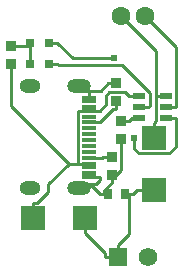
<source format=gtl>
G04 Layer: TopLayer*
G04 EasyEDA v6.5.42, 2024-03-29 10:36:03*
G04 c5ab252c28e54aca980d21198c282c72,1c81c61d082a4d45aadf05aca8bab00c,10*
G04 Gerber Generator version 0.2*
G04 Scale: 100 percent, Rotated: No, Reflected: No *
G04 Dimensions in millimeters *
G04 leading zeros omitted , absolute positions ,4 integer and 5 decimal *
%FSLAX45Y45*%
%MOMM*%

%AMMACRO1*21,1,$1,$2,0,0,$3*%
%ADD10C,0.2540*%
%ADD11R,0.8000X0.8000*%
%ADD12MACRO1,0.864X0.8065X0.0000*%
%ADD13R,0.8640X0.8065*%
%ADD14R,0.8000X0.9000*%
%ADD15R,2.0000X2.0000*%
%ADD16R,1.0720X0.5320*%
%ADD17R,1.3000X0.3000*%
%ADD18C,1.6000*%
%ADD19R,1.5748X1.5748*%
%ADD20C,1.5748*%
%ADD21O,1.7999964X1.1999976*%
%ADD22O,1.9999959999999999X1.1999976*%
%ADD23C,0.6100*%

%LPD*%
D10*
X1468501Y5098801D02*
G01*
X1468323Y5098623D01*
X1468323Y4889632D01*
X1447800Y4869108D01*
X1169923Y5778505D02*
G01*
X1468501Y5479928D01*
X1468501Y5098801D01*
X1550009Y5098801D02*
G01*
X1468501Y5098801D01*
X1447800Y4741194D02*
G01*
X1447800Y4869108D01*
X1550009Y5003805D02*
G01*
X1631518Y5003805D01*
X1369923Y5778505D02*
G01*
X1631670Y5516758D01*
X1631670Y5003957D01*
X1631518Y5003805D01*
X1092200Y4399056D02*
G01*
X1168400Y4475256D01*
X1168400Y4737968D01*
X1092200Y4399056D02*
G01*
X1092200Y4364944D01*
X1092200Y4433168D02*
G01*
X1092200Y4399056D01*
X1026337Y4267205D02*
G01*
X1026337Y4299082D01*
X1092200Y4364944D01*
X1026337Y4267205D02*
G01*
X992378Y4267205D01*
X1060297Y4267205D02*
G01*
X1026337Y4267205D01*
X895095Y5143911D02*
G01*
X996950Y5143911D01*
X1059179Y5206141D01*
X818286Y5182316D02*
G01*
X856691Y5143911D01*
X895095Y5143911D01*
X895095Y5143911D02*
G01*
X895095Y5084805D01*
X1130300Y5206141D02*
G01*
X1059179Y5206141D01*
X895121Y5054808D02*
G01*
X895095Y5054833D01*
X895095Y5084805D01*
X895121Y4414804D02*
G01*
X988034Y4414804D01*
X895121Y4355724D02*
G01*
X903859Y4355724D01*
X992378Y4267205D01*
X818286Y4317293D02*
G01*
X856716Y4355724D01*
X895121Y4355724D01*
X895121Y4355724D02*
G01*
X958519Y4355724D01*
X988034Y4385238D01*
X988034Y4414804D01*
X895121Y4414804D02*
G01*
X895121Y4444801D01*
X562610Y5372384D02*
G01*
X630529Y5372384D01*
X630529Y5372384D02*
G01*
X644728Y5358185D01*
X1182725Y5358185D01*
X1415643Y5125267D01*
X1415643Y5017749D01*
X1401698Y5003805D01*
X1320190Y5003805D02*
G01*
X1401698Y5003805D01*
X1143000Y3733805D02*
G01*
X1143000Y3840459D01*
X1234262Y4267205D02*
G01*
X1234262Y3931721D01*
X1143000Y3840459D01*
X1234262Y4267205D02*
G01*
X1268221Y4267205D01*
X1200302Y4267205D02*
G01*
X1234262Y4267205D01*
X1143000Y3733805D02*
G01*
X1036345Y3733805D01*
X867689Y4064005D02*
G01*
X867689Y3936090D01*
X867689Y3936090D02*
G01*
X1036345Y3767434D01*
X1036345Y3733805D01*
X1447800Y4301215D02*
G01*
X1302232Y4301215D01*
X1268221Y4267205D01*
X1320190Y5098801D02*
G01*
X1238681Y5098801D01*
X895121Y4974798D02*
G01*
X988034Y4974798D01*
X988034Y4974798D02*
G01*
X1041527Y5028290D01*
X1041527Y5101874D01*
X1070457Y5130805D01*
X1206677Y5130805D01*
X1238681Y5098801D01*
X880110Y4974798D02*
G01*
X895121Y4974798D01*
X880110Y4974798D02*
G01*
X865098Y4974798D01*
X730910Y4525396D02*
G01*
X555625Y4350110D01*
X555625Y4287829D01*
X459714Y4191919D01*
X427710Y4191919D01*
X802030Y4525396D02*
G01*
X730910Y4525396D01*
X730910Y4525396D02*
G01*
X241300Y5015006D01*
X241300Y5372968D01*
X427710Y4064005D02*
G01*
X427710Y4191919D01*
X802030Y4525396D02*
G01*
X802030Y4974620D01*
X802208Y4974798D01*
X802182Y4524811D02*
G01*
X802030Y4524964D01*
X802030Y4525396D01*
X865098Y4974798D02*
G01*
X895095Y5004795D01*
X854329Y4974798D02*
G01*
X802208Y4974798D01*
X854329Y4974798D02*
G01*
X865098Y4974798D01*
X895095Y4524811D02*
G01*
X802182Y4524811D01*
X895121Y4494789D02*
G01*
X895095Y4494814D01*
X895095Y4524811D01*
X402589Y5523641D02*
G01*
X402589Y5439719D01*
X402717Y5439592D01*
X402589Y5549651D02*
G01*
X402589Y5523641D01*
X402589Y5523641D02*
G01*
X312420Y5523641D01*
X241300Y5523641D02*
G01*
X312420Y5523641D01*
X402717Y5371698D02*
G01*
X402717Y5439592D01*
X1168400Y4888641D02*
G01*
X1239520Y4888641D01*
X1320190Y4908809D02*
G01*
X1259687Y4908809D01*
X1239520Y4888641D01*
X1092200Y4583841D02*
G01*
X1021079Y4583841D01*
X895121Y4574799D02*
G01*
X1012037Y4574799D01*
X1021079Y4583841D01*
X1130300Y5055468D02*
G01*
X1130300Y4987244D01*
X895121Y4874798D02*
G01*
X988034Y4874798D01*
X988034Y4874798D02*
G01*
X1100480Y4987244D01*
X1130300Y4987244D01*
X1550009Y4908809D02*
G01*
X1631518Y4908809D01*
X562482Y5550336D02*
G01*
X630402Y5550336D01*
X1107973Y5416758D02*
G01*
X763981Y5416758D01*
X630402Y5550336D01*
X1631518Y4908809D02*
G01*
X1631518Y4664486D01*
X1580134Y4613102D01*
X1319707Y4613102D01*
X1279702Y4653107D01*
X1279702Y4742362D01*
D11*
G01*
X402717Y5371693D03*
G01*
X562610Y5372379D03*
D12*
G01*
X241300Y5372975D03*
D13*
G01*
X241300Y5523636D03*
D12*
G01*
X1168400Y4737975D03*
D13*
G01*
X1168400Y4888636D03*
D12*
G01*
X1092200Y4583824D03*
D13*
G01*
X1092200Y4433163D03*
D12*
G01*
X1130300Y5206124D03*
D13*
G01*
X1130300Y5055463D03*
D11*
G01*
X562482Y5550331D03*
G01*
X402589Y5549645D03*
D14*
G01*
X1200302Y4267200D03*
G01*
X1060297Y4267200D03*
D15*
G01*
X427710Y4064000D03*
G01*
X867689Y4064000D03*
G01*
X1447800Y4741189D03*
G01*
X1447800Y4301210D03*
D16*
G01*
X1550009Y4908804D03*
G01*
X1550009Y5003800D03*
G01*
X1550009Y5098795D03*
G01*
X1320190Y5098795D03*
G01*
X1320190Y5003800D03*
G01*
X1320190Y4908804D03*
D17*
G01*
X895121Y4924805D03*
G01*
X895121Y4874793D03*
G01*
X895121Y4824806D03*
G01*
X895121Y4774793D03*
G01*
X895121Y4724806D03*
G01*
X895121Y4674793D03*
G01*
X895121Y4624831D03*
G01*
X895121Y4574794D03*
G01*
X895095Y5084800D03*
G01*
X895121Y5054803D03*
G01*
X895095Y5004790D03*
G01*
X895121Y4974793D03*
G01*
X895095Y4524806D03*
G01*
X895121Y4494784D03*
G01*
X895121Y4444796D03*
G01*
X895121Y4414799D03*
D18*
G01*
X1369923Y5778500D03*
G01*
X1169923Y5778500D03*
D19*
G01*
X1143000Y3733800D03*
D20*
G01*
X1397000Y3733800D03*
D21*
G01*
X400304Y4317288D03*
D22*
G01*
X818286Y4317288D03*
G01*
X818286Y5182311D03*
D21*
G01*
X400304Y5182311D03*
D23*
G01*
X1107973Y5416753D03*
G01*
X1279702Y4742357D03*
M02*

</source>
